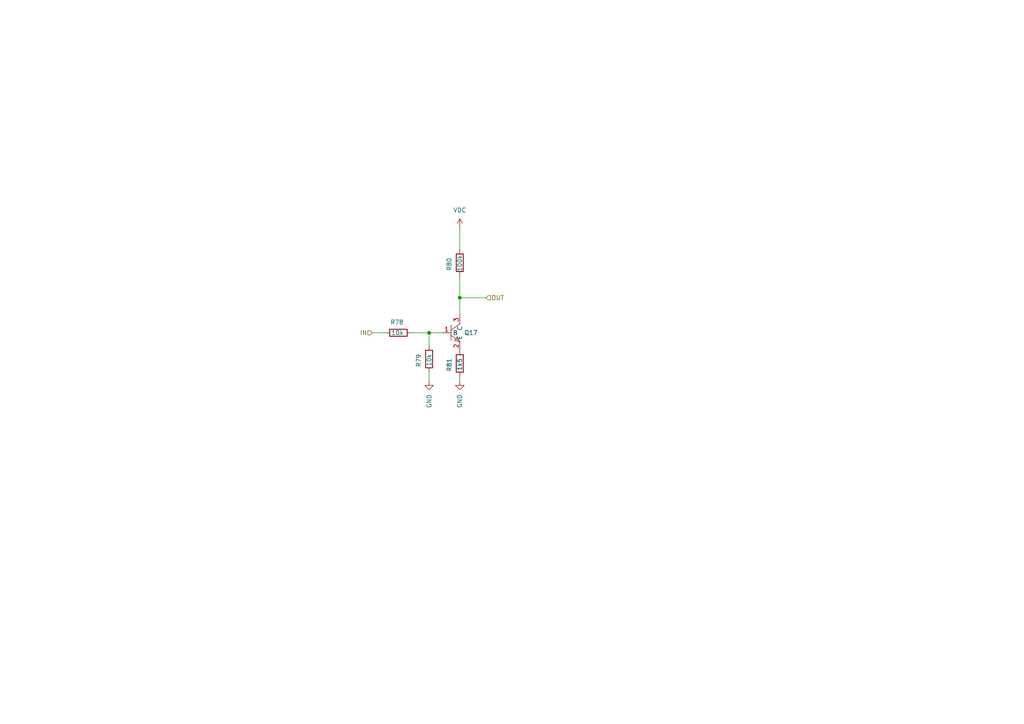
<source format=kicad_sch>
(kicad_sch (version 20250114) (generator "eeschema") (generator_version "9.0")
  (paper "A4")
  (lib_symbols
    (symbol "Device:R" (pin_numbers (hide yes)) (pin_names (offset 0))
      (property "Reference" "R" (at 2.032 0 90))
      (property "Value" "R" (at 0 0 90))
      (symbol "R_0_1"
        (rectangle (start -1.016 -2.54) (end 1.016 2.54) (stroke (width 0.254)))
      )
      (symbol "R_1_1"
        (pin passive line (at 0 3.81 270) (length 1.27) (name "~") (number "1"))
        (pin passive line (at 0 -3.81 90) (length 1.27) (name "~") (number "2"))
      )
    )
    (symbol "GND_5" (power) (pin_numbers (hide yes)) (pin_names (offset 0) (hide yes))
      (property "Value" "GND" (at 0 -3.81 0))
      (symbol "GND_5_0_1"
        (polyline (pts (xy 0 0) (xy 0 -1.27) (xy 1.27 -1.27) (xy 0 -2.54) (xy -1.27 -1.27) (xy 0 -1.27)))
      )
      (symbol "GND_5_1_1"
        (pin power_in line (at 0 0 270) (length 0) (name "~") (number "1"))
      )
    )
    (symbol "lcsc:2SC1623300-400"
      (property "Reference" "Q" (at 0 10.16 0))
      (property "Value" "2SC1623 300-400" (at 0 -10.16 0))
      (symbol "2SC1623300-400_0_1"
        (polyline (pts (xy 0 2.29) (xy 0 -2.29)))
        (polyline (pts (xy 0 -0.76) (xy 2.54 -2.54)))
        (polyline (pts (xy 2.54 2.54) (xy 0 0.76)))
        (polyline (pts (xy 2.54 -2.54) (xy 1.78 -1.27) (xy 1.02 -2.29) (xy 2.54 -2.54)) (fill (type background)))
        (pin unspecified line (at -2.54 0 0) (length 2.54) (name "B") (number "1"))
        (pin unspecified line (at 2.54 5.08 270) (length 2.54) (name "C") (number "3"))
        (pin unspecified line (at 2.54 -5.08 90) (length 2.54) (name "E") (number "2"))
      )
    )
    (symbol "power:VDC" (power) (pin_numbers (hide yes)) (pin_names (offset 0) (hide yes))
      (property "Value" "VDC" (at 0 3.556 0))
      (symbol "VDC_0_1"
        (polyline (pts (xy -0.762 1.27) (xy 0 2.54)))
        (polyline (pts (xy 0 2.54) (xy 0.762 1.27)))
        (polyline (pts (xy 0 0) (xy 0 2.54)))
      )
      (symbol "VDC_1_1"
        (pin power_in line (at 0 0 90) (length 0) (name "~") (number "1"))
      )
    )
  )
  (junction (at 133.35 86.36))
  (junction (at 124.46 96.52))
  (wire (pts (xy 133.35 109.22) (xy 133.35 110.49)))
  (wire (pts (xy 124.46 110.49) (xy 124.46 107.95)))
  (wire (pts (xy 133.35 80.01) (xy 133.35 86.36)))
  (wire (pts (xy 107.95 96.52) (xy 111.76 96.52)))
  (wire (pts (xy 133.35 86.36) (xy 133.35 91.44)))
  (wire (pts (xy 119.38 96.52) (xy 124.46 96.52)))
  (wire (pts (xy 133.35 66.04) (xy 133.35 72.39)))
  (wire (pts (xy 124.46 100.33) (xy 124.46 96.52)))
  (wire (pts (xy 140.97 86.36) (xy 133.35 86.36)))
  (wire (pts (xy 124.46 96.52) (xy 128.27 96.52)))
  (hierarchical_label "IN" (shape input) (at 107.95 96.52 180))
  (hierarchical_label "OUT" (shape input) (at 140.97 86.36 0))
  (symbol (lib_name "GND_5") (lib_id "power:GND") (at 124.46 110.49 0) (unit 1)
    (property "Reference" "#PWR071" (effects (hide yes)))
    (property "Value" "GND" (at 124.4601 114.3 90) (effects (justify right)))
    (property "Description" "Power symbol creates a global label with name \"GND\" , ground" (effects (hide yes)))
    (instances (project "espio" (path "" (reference "#PWR02") (unit 1)) (path "" (reference "#PWR041") (unit 1)) (path "" (reference "#PWR014") (unit 1)) (path "" (reference "#PWR018") (unit 1)) (path "" (reference "#PWR039") (unit 1)) (path "" (reference "#PWR04") (unit 1)) (path "" (reference "#PWR08") (unit 1)) (path "" (reference "#PWR071") (unit 1))))
  )
  (symbol (lib_id "Device:R") (at 133.35 76.2 180) (unit 1)
    (property "Reference" "R76" (at 130.302 74.676 90) (effects (justify left)))
    (property "Value" "100k" (at 133.35 73.914 90) (effects (justify left)))
    (property "Footprint" "Resistor_SMD:R_0603_1608Metric" (effects (hide yes)))
    (instances (project "espio" (path "" (reference "R80") (unit 1)) (path "" (reference "R51") (unit 1)) (path "" (reference "R45") (unit 1)) (path "" (reference "R48") (unit 1)) (path "" (reference "R49") (unit 1)) (path "" (reference "R39") (unit 1)) (path "" (reference "R42") (unit 1)) (path "" (reference "R76") (unit 1))))
  )
  (symbol (lib_id "Device:R") (at 124.46 104.14 180) (unit 1)
    (property "Reference" "R75" (at 121.412 102.616 90) (effects (justify left)))
    (property "Value" "10k" (at 124.46 102.616 90) (effects (justify left)))
    (property "Footprint" "Resistor_SMD:R_0603_1608Metric" (effects (hide yes)))
    (instances (project "espio" (path "" (reference "R79") (unit 1)) (path "" (reference "R66") (unit 1)) (path "" (reference "R47") (unit 1)) (path "" (reference "R50") (unit 1)) (path "" (reference "R62") (unit 1)) (path "" (reference "R40") (unit 1)) (path "" (reference "R43") (unit 1)) (path "" (reference "R75") (unit 1))))
  )
  (symbol (lib_id "lcsc:2SC1623300-400") (at 130.81 96.52 0) (unit 1)
    (property "Reference" "Q16" (at 134.62 96.5199 0) (effects (justify left)))
    (property "Value" "2SC1623 300-400" (effects (hide yes)))
    (property "Footprint" "lcsc:SOT-23-3_L2.9-W1.3-P1.90-LS2.4-BR" (effects (hide yes)))
    (property "Datasheet" "https://lcsc.com/product-detail/Transistors-NPN-PNP_2SC1623_C2133.html" (effects (hide yes)))
    (property "LCSC Part" "C2133" (effects (hide yes)))
    (property "Sim.Device" "NPN" (effects (hide yes)))
    (property "Sim.Type" "VBIC" (effects (hide yes)))
    (property "Sim.Pins" "1=C 2=B 3=E" (effects (hide yes)))
    (instances (project "espio" (path "" (reference "Q17") (unit 1)) (path "" (reference "Q13") (unit 1)) (path "" (reference "Q7") (unit 1)) (path "" (reference "Q10") (unit 1)) (path "" (reference "Q12") (unit 1)) (path "" (reference "Q3") (unit 1)) (path "" (reference "Q5") (unit 1)) (path "" (reference "Q16") (unit 1))))
  )
  (symbol (lib_id "Device:R") (at 133.35 105.41 180) (unit 1)
    (property "Reference" "R77" (at 130.302 103.886 90) (effects (justify left)))
    (property "Value" "1k5" (at 133.35 103.886 90) (effects (justify left)))
    (property "Footprint" "Resistor_SMD:R_0603_1608Metric" (effects (hide yes)))
    (instances (project "espio" (path "" (reference "R81") (unit 1)) (path "" (reference "R68") (unit 1)) (path "" (reference "R64") (unit 1)) (path "" (reference "R65") (unit 1)) (path "" (reference "R67") (unit 1)) (path "" (reference "R41") (unit 1)) (path "" (reference "R52") (unit 1)) (path "" (reference "R77") (unit 1))))
  )
  (symbol (lib_id "Device:R") (at 115.57 96.52 90) (unit 1)
    (property "Reference" "R74" (at 117.094 93.472 90) (effects (justify left)))
    (property "Value" "10k" (at 117.094 96.52 90) (effects (justify left)))
    (property "Footprint" "Resistor_SMD:R_0603_1608Metric" (effects (hide yes)))
    (instances (project "espio" (path "" (reference "R78") (unit 1)) (path "" (reference "R73") (unit 1)) (path "" (reference "R70") (unit 1)) (path "" (reference "R71") (unit 1)) (path "" (reference "R72") (unit 1)) (path "" (reference "R46") (unit 1)) (path "" (reference "R69") (unit 1)) (path "" (reference "R74") (unit 1))))
  )
  (symbol (lib_id "power:VDC") (at 133.35 66.04 0) (unit 1)
    (property "Reference" "#PWR072" (effects (hide yes)))
    (property "Value" "VDC" (at 133.35 60.96 0))
    (property "Description" "Power symbol creates a global label with name \"VDC\"" (effects (hide yes)))
    (instances (project "espio" (path "" (reference "#PWR065") (unit 1)) (path "" (reference "#PWR0106") (unit 1)) (path "" (reference "#PWR0103") (unit 1)) (path "" (reference "#PWR0104") (unit 1)) (path "" (reference "#PWR0105") (unit 1)) (path "" (reference "#PWR0101") (unit 1)) (path "" (reference "#PWR0102") (unit 1)) (path "" (reference "#PWR072") (unit 1))))
  )
  (symbol (lib_name "GND_5") (lib_id "power:GND") (at 133.35 110.49 0) (unit 1)
    (property "Reference" "#PWR074" (effects (hide yes)))
    (property "Value" "GND" (at 133.3501 114.3 90) (effects (justify right)))
    (property "Description" "Power symbol creates a global label with name \"GND\" , ground" (effects (hide yes)))
    (instances (project "espio" (path "" (reference "#PWR067") (unit 1)) (path "" (reference "#PWR053") (unit 1)) (path "" (reference "#PWR015") (unit 1)) (path "" (reference "#PWR019") (unit 1)) (path "" (reference "#PWR040") (unit 1)) (path "" (reference "#PWR06") (unit 1)) (path "" (reference "#PWR013") (unit 1)) (path "" (reference "#PWR074") (unit 1))))
  )
)
</source>
